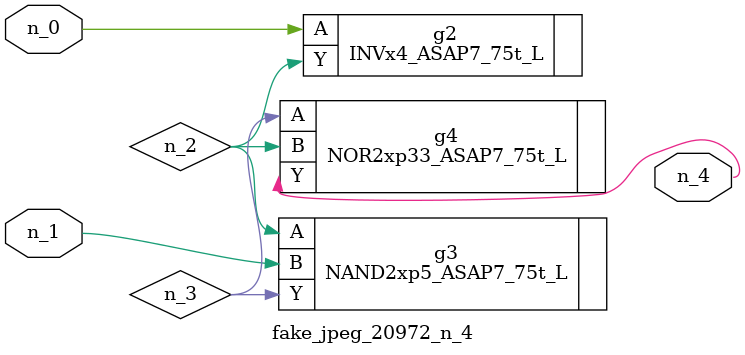
<source format=v>
module fake_jpeg_20972_n_4 (n_0, n_1, n_4);

input n_0;
input n_1;

output n_4;

wire n_2;
wire n_3;

INVx4_ASAP7_75t_L g2 ( 
.A(n_0),
.Y(n_2)
);

NAND2xp5_ASAP7_75t_L g3 ( 
.A(n_2),
.B(n_1),
.Y(n_3)
);

NOR2xp33_ASAP7_75t_L g4 ( 
.A(n_3),
.B(n_2),
.Y(n_4)
);


endmodule
</source>
